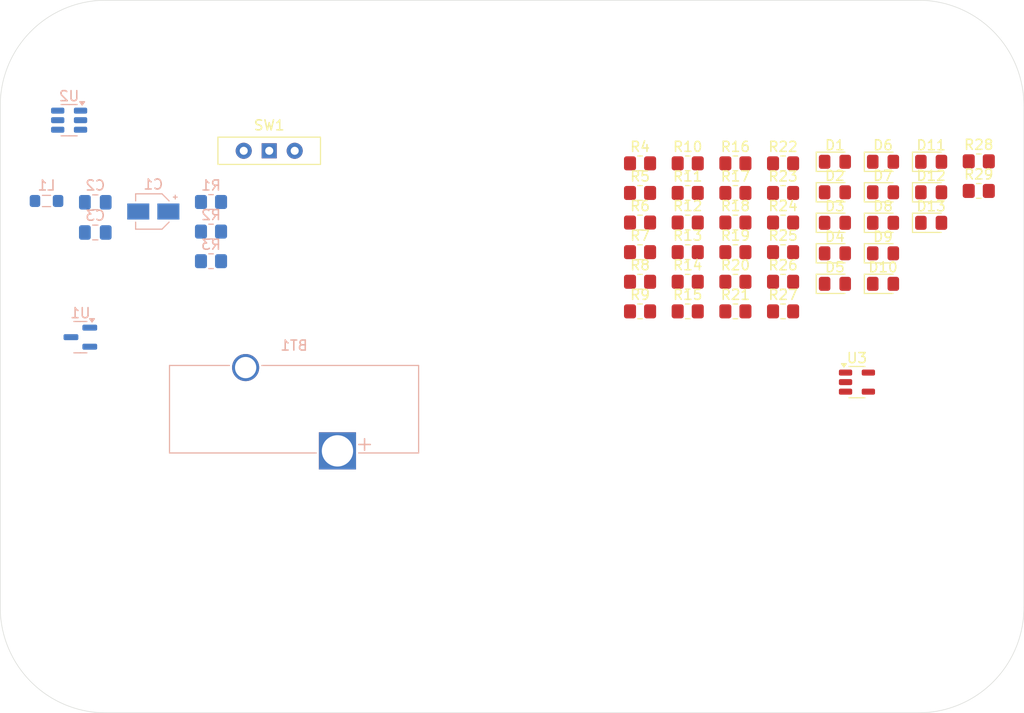
<source format=kicad_pcb>
(kicad_pcb
	(version 20241229)
	(generator "pcbnew")
	(generator_version "9.0")
	(general
		(thickness 1.6)
		(legacy_teardrops no)
	)
	(paper "A4")
	(layers
		(0 "F.Cu" signal)
		(2 "B.Cu" signal)
		(9 "F.Adhes" user "F.Adhesive")
		(11 "B.Adhes" user "B.Adhesive")
		(13 "F.Paste" user)
		(15 "B.Paste" user)
		(5 "F.SilkS" user "F.Silkscreen")
		(7 "B.SilkS" user "B.Silkscreen")
		(1 "F.Mask" user)
		(3 "B.Mask" user)
		(17 "Dwgs.User" user "User.Drawings")
		(19 "Cmts.User" user "User.Comments")
		(21 "Eco1.User" user "User.Eco1")
		(23 "Eco2.User" user "User.Eco2")
		(25 "Edge.Cuts" user)
		(27 "Margin" user)
		(31 "F.CrtYd" user "F.Courtyard")
		(29 "B.CrtYd" user "B.Courtyard")
		(35 "F.Fab" user)
		(33 "B.Fab" user)
		(39 "User.1" user)
		(41 "User.2" user)
		(43 "User.3" user)
		(45 "User.4" user)
	)
	(setup
		(pad_to_mask_clearance 0)
		(allow_soldermask_bridges_in_footprints no)
		(tenting front back)
		(pcbplotparams
			(layerselection 0x00000000_00000000_55555555_5755f5ff)
			(plot_on_all_layers_selection 0x00000000_00000000_00000000_00000000)
			(disableapertmacros no)
			(usegerberextensions no)
			(usegerberattributes yes)
			(usegerberadvancedattributes yes)
			(creategerberjobfile yes)
			(dashed_line_dash_ratio 12.000000)
			(dashed_line_gap_ratio 3.000000)
			(svgprecision 4)
			(plotframeref no)
			(mode 1)
			(useauxorigin no)
			(hpglpennumber 1)
			(hpglpenspeed 20)
			(hpglpendiameter 15.000000)
			(pdf_front_fp_property_popups yes)
			(pdf_back_fp_property_popups yes)
			(pdf_metadata yes)
			(pdf_single_document no)
			(dxfpolygonmode yes)
			(dxfimperialunits yes)
			(dxfusepcbnewfont yes)
			(psnegative no)
			(psa4output no)
			(plot_black_and_white yes)
			(sketchpadsonfab no)
			(plotpadnumbers no)
			(hidednponfab no)
			(sketchdnponfab yes)
			(crossoutdnponfab yes)
			(subtractmaskfromsilk no)
			(outputformat 1)
			(mirror no)
			(drillshape 1)
			(scaleselection 1)
			(outputdirectory "")
		)
	)
	(net 0 "")
	(net 1 "GND")
	(net 2 "+10V")
	(net 3 "unconnected-(U1-NC-Pad3)")
	(net 4 "Net-(SW1-B)")
	(net 5 "+12V")
	(net 6 "/Power Unit/BATT.+3.3V")
	(net 7 "unconnected-(U2-NC-Pad6)")
	(net 8 "Net-(SW1-A)")
	(net 9 "/CV Generator/GND")
	(net 10 "unconnected-(R14-Pad1)")
	(net 11 "Net-(D1-A)")
	(net 12 "Net-(D2-A)")
	(net 13 "Net-(D3-A)")
	(net 14 "Net-(D4-A)")
	(net 15 "Net-(D5-A)")
	(net 16 "Net-(D6-A)")
	(net 17 "Net-(D7-A)")
	(net 18 "Net-(D8-A)")
	(net 19 "Net-(D9-A)")
	(net 20 "Net-(D10-A)")
	(net 21 "Net-(D11-A)")
	(net 22 "Net-(D12-A)")
	(net 23 "Net-(D13-A)")
	(net 24 "/CV Generator/Button_In1")
	(net 25 "/CV Generator/Button_In2")
	(net 26 "/CV Generator/Button_In3")
	(net 27 "/CV Generator/Button_In4")
	(net 28 "/CV Generator/Button_In5")
	(net 29 "/CV Generator/Button_In7")
	(net 30 "/CV Generator/Button_In8")
	(net 31 "/CV Generator/Button_In9")
	(net 32 "/CV Generator/Button_In10")
	(net 33 "/CV Generator/Button_In11")
	(net 34 "/CV Generator/Button_In12")
	(net 35 "/CV Generator/Button_In13")
	(net 36 "Net-(D1-K)")
	(net 37 "/CV Generator/CV_Out")
	(footprint "Resistor_SMD:R_0805_2012Metric_Pad1.20x1.40mm_HandSolder" (layer "F.Cu") (at 108.25 58.7))
	(footprint "Resistor_SMD:R_0805_2012Metric_Pad1.20x1.40mm_HandSolder" (layer "F.Cu") (at 98.75 70.5))
	(footprint "Resistor_SMD:R_0805_2012Metric_Pad1.20x1.40mm_HandSolder" (layer "F.Cu") (at 113 55.75))
	(footprint "Diode_SMD:D_0805_2012Metric_Pad1.15x1.40mm_HandSolder" (layer "F.Cu") (at 118.165 61.675))
	(footprint "Resistor_SMD:R_0805_2012Metric_Pad1.20x1.40mm_HandSolder" (layer "F.Cu") (at 103.5 55.75))
	(footprint "Button_Switch_THT:SW_Slide-03_Wuerth-WS-SLTV_10x2.5x6.4_P2.54mm" (layer "F.Cu") (at 61.8 54.5))
	(footprint "Diode_SMD:D_0805_2012Metric_Pad1.15x1.40mm_HandSolder" (layer "F.Cu") (at 127.755 58.635))
	(footprint "Diode_SMD:D_0805_2012Metric_Pad1.15x1.40mm_HandSolder" (layer "F.Cu") (at 122.96 64.715))
	(footprint "Diode_SMD:D_0805_2012Metric_Pad1.15x1.40mm_HandSolder" (layer "F.Cu") (at 118.165 55.595))
	(footprint "Diode_SMD:D_0805_2012Metric_Pad1.15x1.40mm_HandSolder" (layer "F.Cu") (at 118.165 58.635))
	(footprint "Diode_SMD:D_0805_2012Metric_Pad1.15x1.40mm_HandSolder" (layer "F.Cu") (at 118.165 67.755))
	(footprint "Diode_SMD:D_0805_2012Metric_Pad1.15x1.40mm_HandSolder" (layer "F.Cu") (at 122.96 58.635))
	(footprint "Resistor_SMD:R_0805_2012Metric_Pad1.20x1.40mm_HandSolder" (layer "F.Cu") (at 113 64.6))
	(footprint "Diode_SMD:D_0805_2012Metric_Pad1.15x1.40mm_HandSolder" (layer "F.Cu") (at 127.755 61.675))
	(footprint "Resistor_SMD:R_0805_2012Metric_Pad1.20x1.40mm_HandSolder" (layer "F.Cu") (at 98.75 58.7))
	(footprint "Diode_SMD:D_0805_2012Metric_Pad1.15x1.40mm_HandSolder" (layer "F.Cu") (at 122.96 67.755))
	(footprint "Resistor_SMD:R_0805_2012Metric_Pad1.20x1.40mm_HandSolder" (layer "F.Cu") (at 108.25 55.75))
	(footprint "Diode_SMD:D_0805_2012Metric_Pad1.15x1.40mm_HandSolder" (layer "F.Cu") (at 127.755 55.595))
	(footprint "Resistor_SMD:R_0805_2012Metric_Pad1.20x1.40mm_HandSolder" (layer "F.Cu") (at 98.75 55.75))
	(footprint "Package_TO_SOT_SMD:TSOT-23-5" (layer "F.Cu") (at 120.3625 77.55))
	(footprint "Resistor_SMD:R_0805_2012Metric_Pad1.20x1.40mm_HandSolder" (layer "F.Cu") (at 103.5 64.6))
	(footprint "Resistor_SMD:R_0805_2012Metric_Pad1.20x1.40mm_HandSolder" (layer "F.Cu") (at 98.75 61.65))
	(footprint "Resistor_SMD:R_0805_2012Metric_Pad1.20x1.40mm_HandSolder" (layer "F.Cu") (at 132.5 55.55))
	(footprint "Resistor_SMD:R_0805_2012Metric_Pad1.20x1.40mm_HandSolder" (layer "F.Cu") (at 113 61.65))
	(footprint "Resistor_SMD:R_0805_2012Metric_Pad1.20x1.40mm_HandSolder" (layer "F.Cu") (at 103.5 58.7))
	(footprint "Resistor_SMD:R_0805_2012Metric_Pad1.20x1.40mm_HandSolder" (layer "F.Cu") (at 98.75 64.6))
	(footprint "Resistor_SMD:R_0805_2012Metric_Pad1.20x1.40mm_HandSolder" (layer "F.Cu") (at 132.5 58.5))
	(footprint "Resistor_SMD:R_0805_2012Metric_Pad1.20x1.40mm_HandSolder" (layer "F.Cu") (at 103.5 61.65))
	(footprint "Resistor_SMD:R_0805_2012Metric_Pad1.20x1.40mm_HandSolder" (layer "F.Cu") (at 108.25 64.6))
	(footprint "Diode_SMD:D_0805_2012Metric_Pad1.15x1.40mm_HandSolder" (layer "F.Cu") (at 122.96 61.675))
	(footprint "Resistor_SMD:R_0805_2012Metric_Pad1.20x1.40mm_HandSolder" (layer "F.Cu") (at 108.25 61.65))
	(footprint "Resistor_SMD:R_0805_2012Metric_Pad1.20x1.40mm_HandSolder" (layer "F.Cu") (at 108.25 70.5))
	(footprint "Resistor_SMD:R_0805_2012Metric_Pad1.20x1.40mm_HandSolder" (layer "F.Cu") (at 103.5 67.55))
	(footprint "Diode_SMD:D_0805_2012Metric_Pad1.15x1.40mm_HandSolder" (layer "F.Cu") (at 122.96 55.595))
	(footprint "Resistor_SMD:R_0805_2012Metric_Pad1.20x1.40mm_HandSolder" (layer "F.Cu") (at 108.25 67.55))
	(footprint "Resistor_SMD:R_0805_2012Metric_Pad1.20x1.40mm_HandSolder" (layer "F.Cu") (at 103.5 70.5))
	(footprint "Resistor_SMD:R_0805_2012Metric_Pad1.20x1.40mm_HandSolder" (layer "F.Cu") (at 113 70.5))
	(footprint "Resistor_SMD:R_0805_2012Metric_Pad1.20x1.40mm_HandSolder" (layer "F.Cu") (at 98.75 67.55))
	(footprint "Resistor_SMD:R_0805_2012Metric_Pad1.20x1.40mm_HandSolder" (layer "F.Cu") (at 113 58.7))
	(footprint "Diode_SMD:D_0805_2012Metric_Pad1.15x1.40mm_HandSolder" (layer "F.Cu") (at 118.165 64.715))
	(footprint "Resistor_SMD:R_0805_2012Metric_Pad1.20x1.40mm_HandSolder" (layer "F.Cu") (at 113 67.55))
	(footprint "Package_TO_SOT_SMD:SOT-23-6" (layer "B.Cu") (at 41.8625 51.45 180))
	(footprint "Capacitor_SMD:C_0805_2012Metric_Pad1.18x1.45mm_HandSolder" (layer "B.Cu") (at 44.47 62.64 180))
	(footprint "Capacitor_SMD:CP_Elec_3x5.3"
		(layer "B.Cu")
		(uuid "47dc073e-fdd6-4da4-a04e-1555159dbd78")
		(at 50.25 60.55 180)
		(descr "SMT capacitor, aluminium electrolytic, 3x5.3, Cornell Dubilier Electronics ")
		(tags "Capacitor Electrolytic")
		(property "Reference" "C1"
			(at 0 2.7 0)
			(layer "B.SilkS")
			(uuid "861e48c8-769a-404e-bd8e-8e0a83474fd7")
			(effects
				(font
					(size 1 1)
					(thickness 0.15)
				)
				(justify mirror)
			)
		)
		(property "Value" "C_Polarized_Small"
			(at 0 -2.7 0)
			(layer "B.Fab")
			(uuid "92ee7803-704d-4974-84af-845c2ec7d14a")
			(effects
				(font
					(size 1 1)
					(thickness 0.15)
				)
				(justify mirror)
			)
		)
		(property "Datasheet" "~"
			(at 0 0 0)
			(unlocked yes)
			(layer "B.Fab")
			(hide yes)
			(uuid "b5209f9a-3cd2-4a8e-8f69-93bf3c238dd7")
			(effects
				(font
					(size 1.27 1.27)
					(thickness 0.15)
				)
				(justify mirror)
			)
		)
		(property "Description" "Polarized capacitor, small symbol"
			(at 0 0 0)
			(unlocked yes)
			(layer "B.Fab")
			(hide yes)
			(uuid "4e2cc313-5feb-4bff-8fec-0461faa5ecd9")
			(effects
				(font
					(size 1.27 1.27)
					(thickness 0.15)
				)
				(justify mirror)
			)
		)
		(property ki_fp_filters "CP_*")
		(path "/8dd9787d-0214-445d-adc0-48f889d2b399/3588481d-3854-447d-a6c1-bc645a389d0e")
		(sheetname "/Power Unit/")
		(sheetfile "Power Unit.kicad_sch")
		(attr smd)
		(fp_line
			(start 1.76 1.76)
			(end 1.76 1.06)
			(stroke
				(width 0.12)
				(type solid)
			)
			(layer "B.SilkS")
			(uuid "b092c90c-497e-49a1-af41-38d74fb4a330")
		)
		(fp_line
			(start 1.76 -1.76)
			(end 1.76 -1.06)
			(stroke
				(width 0.12)
				(type solid)
			)
			(layer "B.SilkS")
			(uuid "c56658a3-171c-4406-b811-4631c21b3a4d")
		)
		(fp_line
			(start -0.870563 1.76)
			(end 1.76 1.76)
			(stroke
				(width 0.12)
				(type solid)
			)
			(layer "B.SilkS")
			(uuid "4cbce329-2888-48e7-9e14-ebbc624e56f8")
		)
		(fp_line
			(start -0.870563 -1.76)
			(end 1.76 -1.76)
			(stroke
				(width 0.12)
				(type solid)
			)
			(layer "B.SilkS")
			(uuid "888052ea-ce6b-43c9-940f-a3b50d44ccc6")
		)
		(fp_line
			(start -1.570563 1.06)
			(end -0.870563 1.76)
			(stroke
				(width 0.12)
				(type solid)
			)
			(layer "B.SilkS")
			(uuid "1832b873-20af-47c2-b3ec-7dc2f8bdf599")
		)
		(fp_line
			(start -1.570563 -1.06)
			(end -0.870563 -1.76)
			(stroke
				(width 0.12)
				(type solid)
			)
			(layer "B.SilkS")
			(uuid "2f9c0ebb-bfb8-4864-b662-d449243f5aee")
		)
		(fp_line
			(start -2.1875 1.6225)
			(end -2.1875 1.2475)
			(stroke
				(width 0.12)
				(type solid)
			)
			(layer "B.SilkS")
			(uuid "06696024-95e7-4261-8a6a-21431b8a7f6f")
		)
		(fp_line
			(start -2.375 1.435)
			(end -2 1.435)
			(stroke
				(width 0.12)
				(type solid)
			)
			(layer "B.SilkS")
			(uuid "293e73b2-60cd-440b-84dc-fb43ccd1ef3d")
		)
		(fp_line
			(start 2.85 1.05)
			(end 2.85 -1.05)
			(stroke
				(width 0.05)
				(type solid)
			)
			(layer "B.CrtYd")
			(uuid "8096159b-3893-4887-bf6b-505559d4bf82")
		)
		(fp_line
			(start 2.85 -1.05)
			(end 1.9 -1.05)
			(stroke
				(width 0.05)
				(type solid)
			)
			(layer "B.CrtYd")
			(uuid "0f239dc6-696a-4730-b38e-7f5886ea6153")
		)
		(fp_line
			(start 1.9 1.9)
			(end 1.9 1.05)
			(stroke
				(width 0.05)
				(type solid)
			)
			(layer "B.CrtYd")
			(uuid "603aba8f-126f-4d7b-a10f-6132d30e08b0")
		)
		(fp_line
			(start 1.9 1.05)
			(end 2.85 1.05)
			(stroke
				(width 0.05)
				(type solid)
			)
			(layer "B.CrtYd")
			(uuid "8a3c42ad-ee84-4953-b617-4b1057d95bb6")
		)
		(fp_line
			(start 1.9 -1.05)
			(end 1.9 -1.9)
			(stroke
				(width 0.05)
				(type solid)
			)
			(layer "B.CrtYd")
			(uuid "b81b8e82-fb3c-488c-a5a9-3f1e2207342c")
		)
		(fp_line
			(start -0.93 1.9)
			(end 1.9 1.9)
			(stroke
				(width 0.05)
				(type solid)
			)
			(layer "B.CrtYd")
			(uuid "b32ea914-0f70-429d-bb1c-bdaa0ff9fa2a")
		)
		(fp_line
			(start -0.93 -1.9)
			(end 1.9 -1.9)
			(stroke
				(width 0.05)
				(type solid)
			)
			(layer "B.CrtYd")
			(uuid "e0734bf9-e419-4f0b-a0bd-6d62cfa7a81d")
		)
		(fp_line
			(start -1.78 1.05)
			(end -0.93 1.9)
			(stroke
				(width 0.05)
				(type solid)
			)
			(layer "B.CrtYd")
			(uuid "c17fc24b-ad51-4955-87d5-853e7fbd7007")
		)
		(fp_line
			(start -1.78 1.05)
			(end -2.85 1.05)
			(stroke
				(width 0.05)
				(type solid)
			)
			(layer "B.CrtYd")
			(uuid "a33873a3-90b1-4cfa-a311-3318e63260cc")
		)
		(fp_line
			(start -1.78 -1.05)
			(end -0.93 -1.9)
			(stroke
				(width 0.05)
				(type solid)
			)
			(layer "B.CrtYd")
			(uuid "75c45bec-4ea6-4101-a9e2-0e4b93821a01")
		)
		(fp_line
			(start -2.85 1.05)
			(end -2.85 -1.05)
			(stroke
				(width 0.05)
				(type solid)
			)
			(layer "B.CrtYd")
			(uuid "5353eb0d-b19a-4b6e-9a44-2abfe3ae36b4")
		)
		(fp_line
			(start -2.85 -1.05)
			(end -1.78 -1.05)
			(stroke
				(width 0.05)
				(type solid)
			)
			(layer "B.CrtYd")
			(uuid "4ad3184c-e96d-4a91-934a-2bded9533f56")
		)
		(fp_line
			(start 1.65 1.65)
			(end 1.65 -1.65)
			(stroke
				(width 0.1)
				(type soli
... [36564 chars truncated]
</source>
